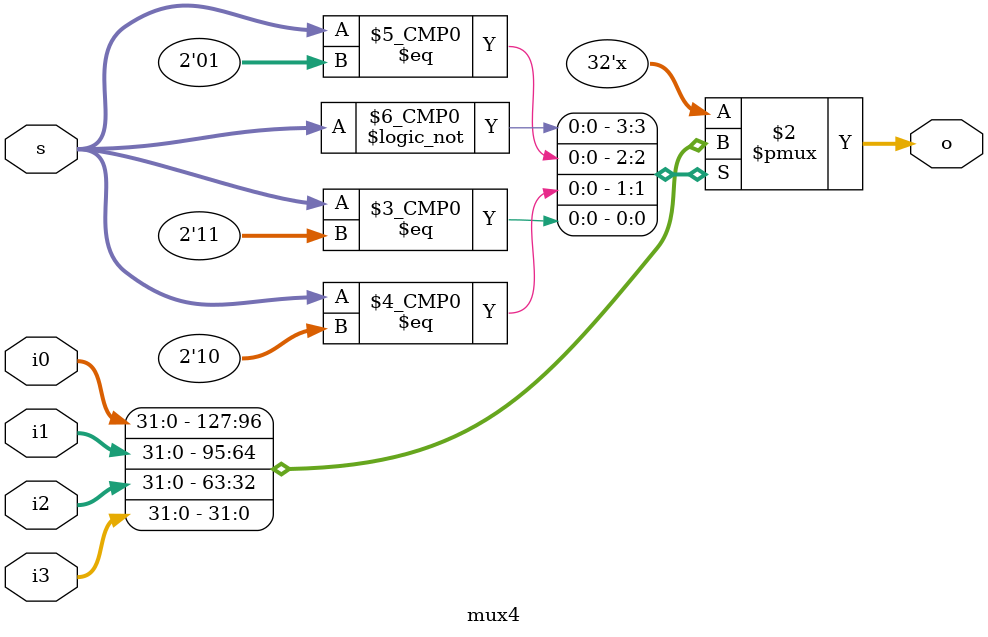
<source format=v>
`timescale 1ns/1ns
module mux4
  #(parameter Width = 32)
  ( input [Width-1:0] i0, i1, i2, i3,
    input [1:0] s,
    output reg [Width-1:0] o
  );
  
  always @(s, i0, i1, i2, i3)
    case(s)
    3'd0: o = i0;
    3'd1: o = i1;
    3'd2: o = i2;
    3'd3: o = i3;
    default: o = 0;
    endcase
endmodule

</source>
